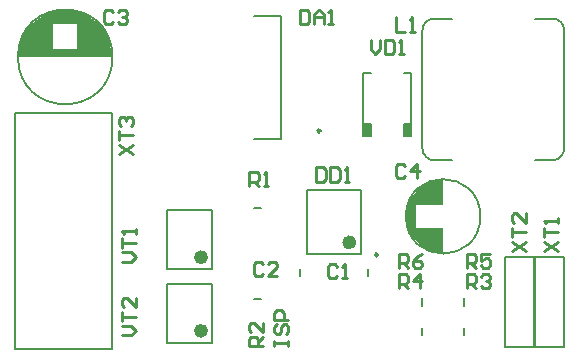
<source format=gto>
G04*
G04 #@! TF.GenerationSoftware,Altium Limited,Altium Designer,21.8.1 (53)*
G04*
G04 Layer_Color=65535*
%FSLAX44Y44*%
%MOMM*%
G71*
G04*
G04 #@! TF.SameCoordinates,89A26796-2BA6-48C1-BC3F-9F2CA1C84395*
G04*
G04*
G04 #@! TF.FilePolarity,Positive*
G04*
G01*
G75*
%ADD10C,0.6000*%
%ADD11C,0.2000*%
%ADD12C,0.2500*%
%ADD13C,0.1270*%
%ADD14C,0.2540*%
G36*
X90000Y252500D02*
X50000D01*
Y259500D01*
X60000D01*
Y280500D01*
X40000D01*
Y259500D01*
X50000D01*
Y252500D01*
X10000D01*
X13000Y267500D01*
X20000Y279500D01*
X35000Y289500D01*
X50000Y292500D01*
X65000Y289500D01*
X80000Y279500D01*
X87000Y267500D01*
X90000Y252500D01*
D02*
G37*
G36*
X308530Y195720D02*
X302180D01*
Y185560D01*
X308530D01*
Y195720D01*
D02*
G37*
G36*
X370000Y149500D02*
Y127500D01*
X347000D01*
Y107500D01*
X370000D01*
Y85500D01*
X353000Y90500D01*
X342000Y102500D01*
X338000Y117500D01*
X342000Y132500D01*
X353000Y144500D01*
X370000Y149500D01*
D02*
G37*
G36*
X336470Y195720D02*
X342820D01*
Y185560D01*
X336470D01*
Y195720D01*
D02*
G37*
D10*
X168000Y20650D02*
G03*
X168000Y20650I-3000J0D01*
G01*
Y82950D02*
G03*
X168000Y82950I-3000J0D01*
G01*
X293500Y95500D02*
G03*
X293500Y95500I-3000J0D01*
G01*
D11*
X401500Y117500D02*
G03*
X401500Y117500I-31500J0D01*
G01*
X90000Y252500D02*
G03*
X90000Y252500I-40000J0D01*
G01*
X472500Y275000D02*
G03*
X462500Y285000I-10000J0D01*
G01*
Y165000D02*
G03*
X472500Y175000I0J10000D01*
G01*
X362500Y285000D02*
G03*
X352500Y275000I0J-10000D01*
G01*
Y175000D02*
G03*
X362500Y165000I10000J0D01*
G01*
X447700Y6500D02*
Y82700D01*
X422300Y6500D02*
X447700D01*
X422300Y82700D02*
X447700D01*
X422300Y6500D02*
Y82700D01*
X352500Y17000D02*
Y23000D01*
X174000Y10650D02*
Y60650D01*
X136000Y10650D02*
X174000D01*
X136000D02*
Y60650D01*
X174000D01*
Y72950D02*
Y122950D01*
X136000Y72950D02*
X174000D01*
X136000D02*
Y122950D01*
X174000D01*
X352500Y42000D02*
Y48000D01*
X306250Y67000D02*
Y73000D01*
X387500Y17000D02*
Y23000D01*
X300500Y85500D02*
Y139500D01*
X254500Y85500D02*
Y139500D01*
Y85500D02*
X300500D01*
X254500Y139500D02*
X300500D01*
X387500Y42000D02*
Y48000D01*
X248750Y67000D02*
Y73000D01*
X209500Y47500D02*
X215500D01*
X209500Y124300D02*
X215500D01*
X472700Y6500D02*
Y82700D01*
X447300D02*
X472700D01*
X447300Y6500D02*
X472700D01*
X447300D02*
Y82700D01*
X209500Y183000D02*
X233000D01*
Y287000D01*
X209500D02*
X233000D01*
X447500Y285000D02*
X462500D01*
X362500D02*
X377500D01*
X472500Y176000D02*
Y275000D01*
X447500Y165000D02*
X462500D01*
X352500Y175000D02*
Y275000D01*
X362500Y165000D02*
X377500D01*
X89500Y5000D02*
Y205000D01*
X7500D02*
X89500D01*
X7500Y5000D02*
X89500D01*
X7500D02*
Y205000D01*
D12*
X314750Y84950D02*
G03*
X314750Y84950I-1250J0D01*
G01*
X266250Y190000D02*
G03*
X266250Y190000I-1250J0D01*
G01*
X217500Y7500D02*
X205504D01*
Y13498D01*
X207503Y15497D01*
X211502D01*
X213501Y13498D01*
Y7500D01*
Y11499D02*
X217500Y15497D01*
Y27494D02*
Y19496D01*
X209503Y27494D01*
X207503D01*
X205504Y25494D01*
Y21495D01*
X207503Y19496D01*
X206000Y143000D02*
Y154996D01*
X211998D01*
X213997Y152997D01*
Y148998D01*
X211998Y146999D01*
X206000D01*
X209998D02*
X213997Y143000D01*
X217996D02*
X221994D01*
X219995D01*
Y154996D01*
X217996Y152997D01*
X308530Y266996D02*
Y258999D01*
X312529Y255000D01*
X316527Y258999D01*
Y266996D01*
X320526D02*
Y255000D01*
X326524D01*
X328523Y256999D01*
Y264997D01*
X326524Y266996D01*
X320526D01*
X332522Y255000D02*
X336521D01*
X334522D01*
Y266996D01*
X332522Y264997D01*
X248750Y292496D02*
Y280500D01*
X254748D01*
X256747Y282499D01*
Y290497D01*
X254748Y292496D01*
X248750D01*
X260746Y280500D02*
Y288497D01*
X264745Y292496D01*
X268743Y288497D01*
Y280500D01*
Y286498D01*
X260746D01*
X272742Y280500D02*
X276741D01*
X274742D01*
Y292496D01*
X272742Y290497D01*
X337997Y159997D02*
X335998Y161996D01*
X331999D01*
X330000Y159997D01*
Y151999D01*
X331999Y150000D01*
X335998D01*
X337997Y151999D01*
X347994Y150000D02*
Y161996D01*
X341996Y155998D01*
X349994D01*
X90497Y290497D02*
X88498Y292496D01*
X84499D01*
X82500Y290497D01*
Y282499D01*
X84499Y280500D01*
X88498D01*
X90497Y282499D01*
X94496Y290497D02*
X96496Y292496D01*
X100494D01*
X102493Y290497D01*
Y288497D01*
X100494Y286498D01*
X98495D01*
X100494D01*
X102493Y284499D01*
Y282499D01*
X100494Y280500D01*
X96496D01*
X94496Y282499D01*
X428004Y88000D02*
X440000Y95997D01*
X428004D02*
X440000Y88000D01*
X428004Y99996D02*
Y107993D01*
Y103995D01*
X440000D01*
Y119990D02*
Y111992D01*
X432003Y119990D01*
X430003D01*
X428004Y117990D01*
Y113992D01*
X430003Y111992D01*
X455504Y88000D02*
X467500Y95997D01*
X455504D02*
X467500Y88000D01*
X455504Y99996D02*
Y107993D01*
Y103995D01*
X467500D01*
Y111992D02*
Y115991D01*
Y113992D01*
X455504D01*
X457503Y111992D01*
X217497Y76997D02*
X215498Y78996D01*
X211499D01*
X209500Y76997D01*
Y68999D01*
X211499Y67000D01*
X215498D01*
X217497Y68999D01*
X229493Y67000D02*
X221496D01*
X229493Y74997D01*
Y76997D01*
X227494Y78996D01*
X223495D01*
X221496Y76997D01*
X98004Y16650D02*
X106001D01*
X110000Y20649D01*
X106001Y24648D01*
X98004D01*
Y28646D02*
Y36644D01*
Y32645D01*
X110000D01*
Y48640D02*
Y40642D01*
X102003Y48640D01*
X100003D01*
X98004Y46640D01*
Y42642D01*
X100003Y40642D01*
X98004Y78950D02*
X106001D01*
X110000Y82949D01*
X106001Y86948D01*
X98004D01*
Y90946D02*
Y98944D01*
Y94945D01*
X110000D01*
Y102942D02*
Y106941D01*
Y104942D01*
X98004D01*
X100003Y102942D01*
X95504Y170000D02*
X107500Y177997D01*
X95504D02*
X107500Y170000D01*
X95504Y181996D02*
Y189993D01*
Y185995D01*
X107500D01*
X97503Y193992D02*
X95504Y195992D01*
Y199990D01*
X97503Y201990D01*
X99503D01*
X101502Y199990D01*
Y197991D01*
Y199990D01*
X103501Y201990D01*
X105501D01*
X107500Y199990D01*
Y195992D01*
X105501Y193992D01*
X262500Y158996D02*
Y147000D01*
X268498D01*
X270497Y148999D01*
Y156997D01*
X268498Y158996D01*
X262500D01*
X274496D02*
Y147000D01*
X280494D01*
X282493Y148999D01*
Y156997D01*
X280494Y158996D01*
X274496D01*
X286492Y147000D02*
X290491D01*
X288492D01*
Y158996D01*
X286492Y156997D01*
X280497Y74997D02*
X278498Y76996D01*
X274499D01*
X272500Y74997D01*
Y66999D01*
X274499Y65000D01*
X278498D01*
X280497Y66999D01*
X284496Y65000D02*
X288495D01*
X286495D01*
Y76996D01*
X284496Y74997D01*
D13*
X302180Y185560D02*
Y195720D01*
Y185560D02*
X308530D01*
X302180Y195720D02*
X308530D01*
Y185560D02*
Y195720D01*
X302180D02*
Y238900D01*
X308530D01*
X336470Y185560D02*
X342820D01*
X336470Y195720D02*
X342820D01*
Y185560D02*
Y195720D01*
X336470Y238900D02*
X342820D01*
X336470Y185560D02*
Y195720D01*
X342820D02*
Y238900D01*
D14*
X330003Y285998D02*
Y274002D01*
X338000D01*
X341999D02*
X345997D01*
X343998D01*
Y285998D01*
X341999Y283999D01*
X332503Y74002D02*
Y85998D01*
X338501D01*
X340501Y83999D01*
Y80000D01*
X338501Y78001D01*
X332503D01*
X336502D02*
X340501Y74002D01*
X352497Y85998D02*
X348498Y83999D01*
X344499Y80000D01*
Y76001D01*
X346499Y74002D01*
X350497D01*
X352497Y76001D01*
Y78001D01*
X350497Y80000D01*
X344499D01*
X390003Y74002D02*
Y85998D01*
X396001D01*
X398001Y83999D01*
Y80000D01*
X396001Y78001D01*
X390003D01*
X394002D02*
X398001Y74002D01*
X409997Y85998D02*
X401999D01*
Y80000D01*
X405998Y81999D01*
X407997D01*
X409997Y80000D01*
Y76001D01*
X407997Y74002D01*
X403999D01*
X401999Y76001D01*
X332503Y56502D02*
Y68498D01*
X338501D01*
X340501Y66499D01*
Y62500D01*
X338501Y60501D01*
X332503D01*
X336502D02*
X340501Y56502D01*
X350497D02*
Y68498D01*
X344499Y62500D01*
X352497D01*
X390003Y56502D02*
Y68498D01*
X396001D01*
X398001Y66499D01*
Y62500D01*
X396001Y60501D01*
X390003D01*
X394002D02*
X398001Y56502D01*
X401999Y66499D02*
X403999Y68498D01*
X407997D01*
X409997Y66499D01*
Y64499D01*
X407997Y62500D01*
X405998D01*
X407997D01*
X409997Y60501D01*
Y58501D01*
X407997Y56502D01*
X403999D01*
X401999Y58501D01*
X227002Y8005D02*
Y12003D01*
Y10004D01*
X238998D01*
Y8005D01*
Y12003D01*
X229001Y25999D02*
X227002Y24000D01*
Y20001D01*
X229001Y18002D01*
X231000D01*
X233000Y20001D01*
Y24000D01*
X234999Y25999D01*
X236999D01*
X238998Y24000D01*
Y20001D01*
X236999Y18002D01*
X238998Y29998D02*
X227002D01*
Y35996D01*
X229001Y37995D01*
X233000D01*
X234999Y35996D01*
Y29998D01*
M02*

</source>
